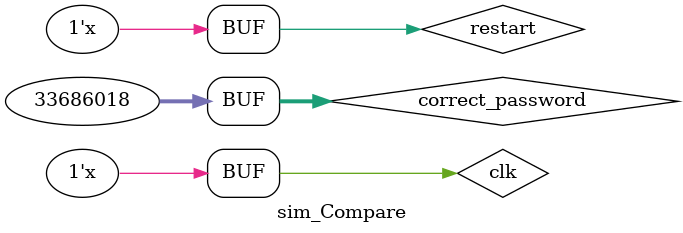
<source format=v>
`timescale 1ns / 1ps

module sim_Compare( );
reg clk,restart;
reg [31:0]my_password;
reg[31:0]correct_password;
wire IsRight;
initial begin
    clk = 0;
    restart = 0;
    correct_password = 32'b00000010_00000010_00000010_00000010;
    my_password = 32'b10000000_10000000_10000000_10000000;
end
always #1 clk = ~clk;
always #16 begin
    if (my_password == 32'b00000001_00000001_00000001_00000001)
        my_password = 32'b10000000_10000000_10000000_10000000;
    else my_password = my_password >> 1;
end
always #8 restart = ~restart;
Comparation c(clk,restart,my_password,correct_password,IsRight);
endmodule

</source>
